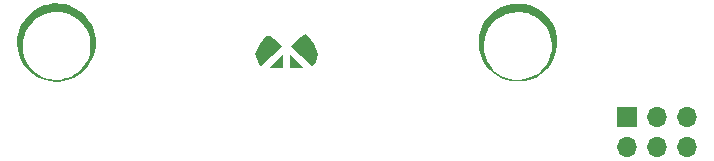
<source format=gts>
%TF.GenerationSoftware,KiCad,Pcbnew,(6.0.4-0)*%
%TF.CreationDate,2022-07-01T13:06:00-04:00*%
%TF.ProjectId,sr-71,73722d37-312e-46b6-9963-61645f706362,rev?*%
%TF.SameCoordinates,Original*%
%TF.FileFunction,Soldermask,Top*%
%TF.FilePolarity,Negative*%
%FSLAX46Y46*%
G04 Gerber Fmt 4.6, Leading zero omitted, Abs format (unit mm)*
G04 Created by KiCad (PCBNEW (6.0.4-0)) date 2022-07-01 13:06:00*
%MOMM*%
%LPD*%
G01*
G04 APERTURE LIST*
%ADD10R,1.700000X1.700000*%
%ADD11O,1.700000X1.700000*%
G04 APERTURE END LIST*
G36*
X172746303Y-109145470D02*
G01*
X172746303Y-109145120D01*
X172238313Y-108933920D01*
X171779463Y-108654230D01*
X171375523Y-108313800D01*
X171032273Y-107920400D01*
X170755493Y-107481790D01*
X170550953Y-107005700D01*
X170424413Y-106499900D01*
X170416525Y-106402640D01*
X170813213Y-106402640D01*
X170861313Y-106790680D01*
X170959813Y-107170420D01*
X171108383Y-107535270D01*
X171306583Y-107878640D01*
X171473063Y-108113660D01*
X171622063Y-108285670D01*
X171795923Y-108437180D01*
X172036923Y-108610640D01*
X172286843Y-108767350D01*
X172540653Y-108896020D01*
X172799093Y-108996820D01*
X173062893Y-109070020D01*
X173332803Y-109115620D01*
X173609533Y-109133920D01*
X173893833Y-109124920D01*
X174186433Y-109088920D01*
X174578853Y-108985720D01*
X174985223Y-108813470D01*
X175364673Y-108592640D01*
X175676313Y-108343670D01*
X175942423Y-108058400D01*
X176151553Y-107768760D01*
X176316263Y-107454440D01*
X176449193Y-107095130D01*
X176521193Y-106844640D01*
X176558793Y-106638640D01*
X176558113Y-106114820D01*
X176520513Y-105714780D01*
X176446013Y-105375050D01*
X176322413Y-105055050D01*
X176137613Y-104714230D01*
X175984593Y-104493820D01*
X175798273Y-104282170D01*
X175584543Y-104083390D01*
X175349293Y-103901670D01*
X175098393Y-103741150D01*
X174837753Y-103605950D01*
X174573263Y-103500220D01*
X174310783Y-103428120D01*
X174038633Y-103393320D01*
X173716883Y-103385320D01*
X173717193Y-103385730D01*
X173162493Y-103427230D01*
X172720283Y-103528170D01*
X172236293Y-103765850D01*
X171795973Y-104086010D01*
X171420933Y-104470020D01*
X171264653Y-104680130D01*
X171132783Y-104899210D01*
X170975453Y-105254580D01*
X170870113Y-105628010D01*
X170816213Y-106012890D01*
X170813213Y-106402640D01*
X170416525Y-106402640D01*
X170381613Y-105972160D01*
X170424313Y-105425910D01*
X170547383Y-104910980D01*
X170747103Y-104432430D01*
X171019663Y-103995410D01*
X171361273Y-103605000D01*
X171768143Y-103266340D01*
X172236473Y-102984520D01*
X172762503Y-102764660D01*
X173179263Y-102682760D01*
X173706293Y-102659060D01*
X173706198Y-102658991D01*
X173706183Y-102658990D01*
X173706183Y-102658980D01*
X173706198Y-102658991D01*
X174244713Y-102692290D01*
X174695793Y-102781890D01*
X175037153Y-102912030D01*
X175364553Y-103082270D01*
X175673913Y-103288760D01*
X175961133Y-103527730D01*
X176222113Y-103795400D01*
X176452783Y-104088000D01*
X176649043Y-104401740D01*
X176806783Y-104732840D01*
X176931323Y-105107320D01*
X177007723Y-105493220D01*
X177036423Y-105885730D01*
X177018023Y-106280060D01*
X176953123Y-106671420D01*
X176842053Y-107055010D01*
X176685373Y-107426020D01*
X176483633Y-107779660D01*
X176314803Y-108014410D01*
X176125903Y-108232820D01*
X175693483Y-108616480D01*
X175197503Y-108922350D01*
X174649153Y-109142070D01*
X174208103Y-109226470D01*
X173682653Y-109255270D01*
X173609533Y-109251472D01*
X173164723Y-109228370D01*
X172746303Y-109145470D01*
G37*
G36*
X134481626Y-109280610D02*
G01*
X134132750Y-109250310D01*
X133749218Y-109170210D01*
X133372223Y-109037670D01*
X133008745Y-108857740D01*
X132665761Y-108635520D01*
X132350247Y-108376160D01*
X132069185Y-108084740D01*
X131829550Y-107766360D01*
X131638322Y-107426140D01*
X131449232Y-106951840D01*
X131332392Y-106484790D01*
X131301810Y-106169370D01*
X131760615Y-106169370D01*
X131767715Y-106477260D01*
X131807725Y-106783500D01*
X131881125Y-107085250D01*
X131988298Y-107379680D01*
X132129629Y-107663990D01*
X132305507Y-107935310D01*
X132516318Y-108190850D01*
X132720937Y-108394320D01*
X132934008Y-108570370D01*
X133158994Y-108720610D01*
X133399356Y-108846620D01*
X133658559Y-108949950D01*
X133940063Y-109032250D01*
X134583831Y-109139980D01*
X135060208Y-109090080D01*
X135060208Y-109089750D01*
X135466191Y-109002850D01*
X135851500Y-108857940D01*
X136210747Y-108659720D01*
X136538545Y-108412900D01*
X136829509Y-108122120D01*
X137078245Y-107792080D01*
X137279370Y-107427440D01*
X137427493Y-107032890D01*
X137484283Y-106713310D01*
X137508793Y-106303370D01*
X137499493Y-105886720D01*
X137454763Y-105547000D01*
X137343110Y-105199380D01*
X137174340Y-104862080D01*
X136955669Y-104542280D01*
X136694311Y-104247180D01*
X136397484Y-103984040D01*
X136072402Y-103760020D01*
X135726282Y-103582340D01*
X135366338Y-103458210D01*
X135091876Y-103404310D01*
X134800990Y-103379810D01*
X134800840Y-103379900D01*
X134800840Y-103379910D01*
X134349535Y-103396010D01*
X133902285Y-103472110D01*
X133483787Y-103604510D01*
X133118746Y-103789590D01*
X132846147Y-103985330D01*
X132603070Y-104204820D01*
X132389902Y-104445260D01*
X132207027Y-104703810D01*
X132054836Y-104977650D01*
X131933715Y-105263940D01*
X131844045Y-105559880D01*
X131786215Y-105862640D01*
X131760615Y-106169370D01*
X131301810Y-106169370D01*
X131287842Y-106025310D01*
X131315642Y-105573750D01*
X131437349Y-105003530D01*
X131636647Y-104501770D01*
X131928151Y-104039780D01*
X132326485Y-103588890D01*
X132551173Y-103381980D01*
X132783142Y-103202250D01*
X133023968Y-103048980D01*
X133275221Y-102921510D01*
X133538471Y-102818980D01*
X133815287Y-102740880D01*
X134415909Y-102654780D01*
X134609778Y-102647780D01*
X134609775Y-102647150D01*
X134966905Y-102661950D01*
X135314032Y-102713250D01*
X135649837Y-102800450D01*
X135973000Y-102923110D01*
X136282199Y-103080750D01*
X136576119Y-103272780D01*
X136853437Y-103498650D01*
X137112835Y-103757830D01*
X137332807Y-104031370D01*
X137523027Y-104331490D01*
X137681646Y-104652330D01*
X137806807Y-104988010D01*
X137896657Y-105332680D01*
X137949337Y-105680440D01*
X137963007Y-106025440D01*
X137935797Y-106361810D01*
X137868187Y-106708370D01*
X137770037Y-107038750D01*
X137643050Y-107351670D01*
X137488895Y-107645860D01*
X137309260Y-107920030D01*
X137105827Y-108172920D01*
X136880278Y-108403260D01*
X136634295Y-108609740D01*
X136369564Y-108791100D01*
X136087762Y-108946070D01*
X135790576Y-109073410D01*
X135479687Y-109171810D01*
X135156777Y-109239910D01*
X134823528Y-109276610D01*
X134583831Y-109279414D01*
X134481626Y-109280610D01*
G37*
G36*
X154999116Y-107526297D02*
G01*
X155560764Y-108114795D01*
X154378692Y-108105929D01*
X154378672Y-108105917D01*
X154397623Y-106976772D01*
X154999116Y-107526297D01*
G37*
G36*
X155891716Y-105412509D02*
G01*
X156394364Y-106122204D01*
X156778097Y-106905485D01*
X156601240Y-107595990D01*
X156285214Y-107982415D01*
X155362377Y-107122328D01*
X154503600Y-106262234D01*
X154847260Y-105908425D01*
X155292432Y-105522399D01*
X155583370Y-105361638D01*
X155772788Y-105233093D01*
X155891716Y-105412509D01*
G37*
G36*
X152744696Y-105428094D02*
G01*
X153381298Y-105923798D01*
X153703225Y-106262254D01*
X152846247Y-107122347D01*
X151925202Y-107982434D01*
X151734101Y-107810412D01*
X151734101Y-107810392D01*
X151433328Y-106909538D01*
X151862234Y-106050524D01*
X152360083Y-105369571D01*
X152744696Y-105428094D01*
G37*
G36*
X153849429Y-107545748D02*
G01*
X153840564Y-108114730D01*
X153245121Y-108129698D01*
X152649684Y-108119870D01*
X153213667Y-107531193D01*
X153812491Y-106976766D01*
X153849429Y-107545748D01*
G37*
G36*
X152649684Y-108119870D02*
G01*
X152649678Y-108119876D01*
X152649678Y-108119870D01*
X152649684Y-108119870D01*
G37*
D10*
X182946152Y-112274285D03*
D11*
X182946152Y-114814285D03*
X185486152Y-112274285D03*
X185486152Y-114814285D03*
X188026152Y-112274285D03*
X188026152Y-114814285D03*
M02*

</source>
